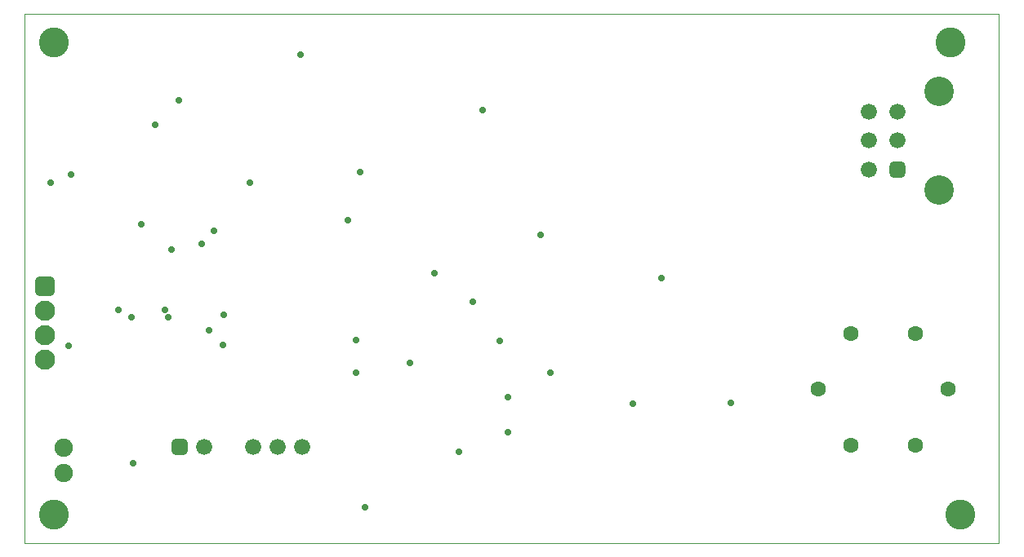
<source format=gbs>
G04*
G04 #@! TF.GenerationSoftware,Altium Limited,Altium Designer,24.0.1 (36)*
G04*
G04 Layer_Color=16711935*
%FSLAX44Y44*%
%MOMM*%
G71*
G04*
G04 #@! TF.SameCoordinates,4B7F4912-6191-4439-8966-39C4DA3F543A*
G04*
G04*
G04 #@! TF.FilePolarity,Negative*
G04*
G01*
G75*
%ADD10C,0.1000*%
%ADD27C,1.6000*%
G04:AMPARAMS|DCode=28|XSize=1.6724mm|YSize=1.6724mm|CornerRadius=0.4562mm|HoleSize=0mm|Usage=FLASHONLY|Rotation=270.000|XOffset=0mm|YOffset=0mm|HoleType=Round|Shape=RoundedRectangle|*
%AMROUNDEDRECTD28*
21,1,1.6724,0.7600,0,0,270.0*
21,1,0.7600,1.6724,0,0,270.0*
1,1,0.9124,-0.3800,-0.3800*
1,1,0.9124,-0.3800,0.3800*
1,1,0.9124,0.3800,0.3800*
1,1,0.9124,0.3800,-0.3800*
%
%ADD28ROUNDEDRECTD28*%
%ADD29C,1.6724*%
%ADD30C,3.0624*%
%ADD31C,1.9000*%
G04:AMPARAMS|DCode=32|XSize=2.1mm|YSize=2.1mm|CornerRadius=0.55mm|HoleSize=0mm|Usage=FLASHONLY|Rotation=270.000|XOffset=0mm|YOffset=0mm|HoleType=Round|Shape=RoundedRectangle|*
%AMROUNDEDRECTD32*
21,1,2.1000,1.0000,0,0,270.0*
21,1,1.0000,2.1000,0,0,270.0*
1,1,1.1000,-0.5000,-0.5000*
1,1,1.1000,-0.5000,0.5000*
1,1,1.1000,0.5000,0.5000*
1,1,1.1000,0.5000,-0.5000*
%
%ADD32ROUNDEDRECTD32*%
%ADD33C,2.1000*%
%ADD34C,1.6750*%
G04:AMPARAMS|DCode=35|XSize=1.675mm|YSize=1.675mm|CornerRadius=0.4438mm|HoleSize=0mm|Usage=FLASHONLY|Rotation=0.000|XOffset=0mm|YOffset=0mm|HoleType=Round|Shape=RoundedRectangle|*
%AMROUNDEDRECTD35*
21,1,1.6750,0.7875,0,0,0.0*
21,1,0.7875,1.6750,0,0,0.0*
1,1,0.8875,0.3938,-0.3938*
1,1,0.8875,-0.3938,-0.3938*
1,1,0.8875,-0.3938,0.3938*
1,1,0.8875,0.3938,0.3938*
%
%ADD35ROUNDEDRECTD35*%
%ADD36C,3.1000*%
%ADD37C,0.7000*%
D10*
X0Y0D02*
X1010000D01*
X0Y550000D02*
X1010000D01*
Y0D02*
Y550000D01*
X0Y0D02*
Y550000D01*
D27*
X923500Y101976D02*
D03*
X856500D02*
D03*
X923500Y218024D02*
D03*
X957000Y160000D02*
D03*
X856500Y218024D02*
D03*
X823000Y160000D02*
D03*
D28*
X905000Y388000D02*
D03*
D29*
Y418000D02*
D03*
Y448000D02*
D03*
X875000Y388000D02*
D03*
Y418000D02*
D03*
Y448000D02*
D03*
D30*
X948200Y366500D02*
D03*
Y469500D02*
D03*
D31*
X40000Y99000D02*
D03*
Y73000D02*
D03*
D32*
X21000Y266800D02*
D03*
D33*
Y190600D02*
D03*
Y216000D02*
D03*
Y241400D02*
D03*
D34*
X287800Y99780D02*
D03*
X262400D02*
D03*
X237000D02*
D03*
X186200D02*
D03*
D35*
X160800D02*
D03*
D36*
X30000Y520000D02*
D03*
X960000D02*
D03*
X970000Y30000D02*
D03*
X30000D02*
D03*
D37*
X343000Y177000D02*
D03*
Y211000D02*
D03*
X27000Y374000D02*
D03*
X45000Y205000D02*
D03*
X97000Y242000D02*
D03*
X630000Y145000D02*
D03*
X731989Y145412D02*
D03*
X464142Y250858D02*
D03*
X492057Y209756D02*
D03*
X335000Y335000D02*
D03*
X660000Y275000D02*
D03*
X544837Y176837D02*
D03*
X501000Y115000D02*
D03*
X285620Y506937D02*
D03*
X160000Y460000D02*
D03*
X135000Y434234D02*
D03*
X196000Y324000D02*
D03*
X183000Y310929D02*
D03*
X500688Y151688D02*
D03*
X205000Y205979D02*
D03*
X148383Y234750D02*
D03*
X152000Y305000D02*
D03*
X145000Y242000D02*
D03*
X110173Y235000D02*
D03*
X112000Y83000D02*
D03*
X121000Y331000D02*
D03*
X233397Y374096D02*
D03*
X47667Y382695D02*
D03*
X425000Y280000D02*
D03*
X348000Y385000D02*
D03*
X399000Y187000D02*
D03*
X450000Y95000D02*
D03*
X353000Y37000D02*
D03*
X535000Y320000D02*
D03*
X475000Y450000D02*
D03*
X191000Y221000D02*
D03*
X206000Y237000D02*
D03*
M02*

</source>
